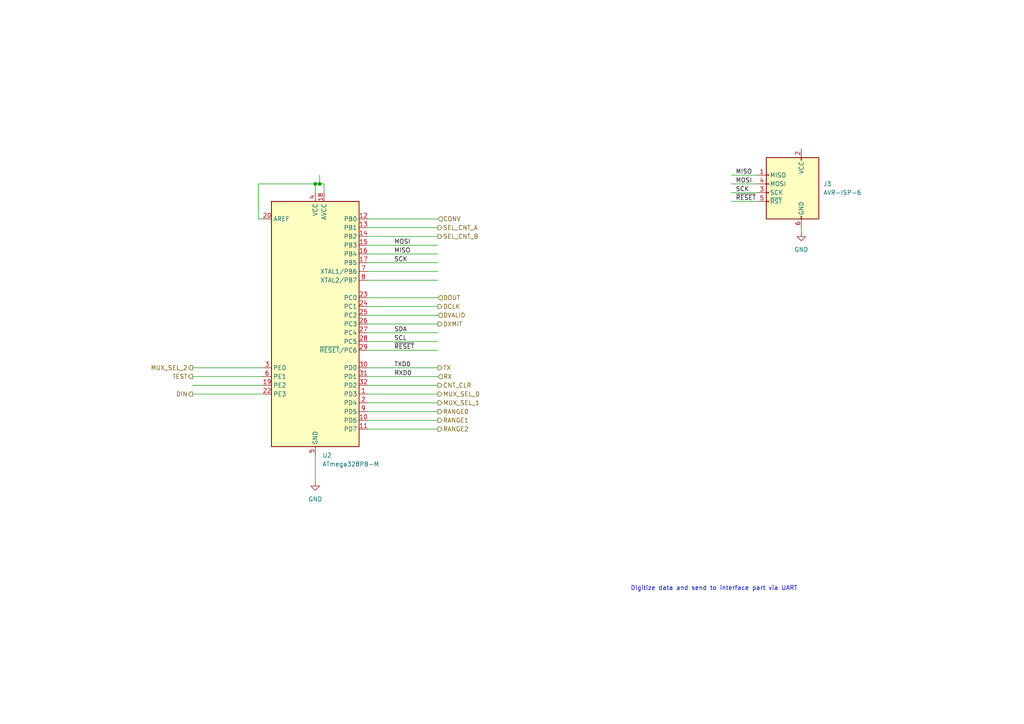
<source format=kicad_sch>
(kicad_sch (version 20211123) (generator eeschema)
  (paper "A4")
  (lib_symbols
    (symbol "Connector:AVR-ISP-6" (pin_names (offset 1.016))
      (property "Reference" "J" (at -6.35 11.43 0))
      (property "Value" "AVR-ISP-6" (at 0 11.43 0))
      (symbol "AVR-ISP-6_0_1"
        (rectangle (start -2.667 -6.858) (end -2.413 -7.62))
        (rectangle (start -2.667 10.16) (end -2.413 9.398))
        (rectangle (start 7.62 -2.413) (end 6.858 -2.667))
        (rectangle (start 7.62 0.127) (end 6.858 -0.127))
        (rectangle (start 7.62 2.667) (end 6.858 2.413))
        (rectangle (start 7.62 5.207) (end 6.858 4.953))
        (rectangle (start 7.62 10.16) (end -7.62 -7.62) (stroke (width 0.254)) (fill (type background)))
      )
      (symbol "AVR-ISP-6_1_1"
        (pin passive line (at 10.16 5.08 180) (length 2.54) (name "MISO") (number "1"))
        (pin passive line (at -2.54 12.7 270) (length 2.54) (name "VCC") (number "2"))
        (pin passive line (at 10.16 0 180) (length 2.54) (name "SCK") (number "3"))
        (pin passive line (at 10.16 2.54 180) (length 2.54) (name "MOSI") (number "4"))
        (pin passive line (at 10.16 -2.54 180) (length 2.54) (name "~{RST}") (number "5"))
        (pin passive line (at -2.54 -10.16 90) (length 2.54) (name "GND") (number "6"))
      )
    )
    (symbol "MCU_Microchip_ATmega:ATmega328PB-M"
      (property "Reference" "U" (at -12.7 36.83 0))
      (property "Value" "ATmega328PB-M" (at 2.54 -36.83 0))
      (symbol "ATmega328PB-M_0_1"
        (rectangle (start -12.7 -35.56) (end 12.7 35.56) (stroke (width 0.254)) (fill (type background)))
      )
      (symbol "ATmega328PB-M_1_1"
        (pin bidirectional line (at 15.24 -20.32 180) (length 2.54) (name "PD3") (number "1"))
        (pin bidirectional line (at 15.24 -27.94 180) (length 2.54) (name "PD6") (number "10"))
        (pin bidirectional line (at 15.24 -30.48 180) (length 2.54) (name "PD7") (number "11"))
        (pin bidirectional line (at 15.24 30.48 180) (length 2.54) (name "PB0") (number "12"))
        (pin bidirectional line (at 15.24 27.94 180) (length 2.54) (name "PB1") (number "13"))
        (pin bidirectional line (at 15.24 25.4 180) (length 2.54) (name "PB2") (number "14"))
        (pin bidirectional line (at 15.24 22.86 180) (length 2.54) (name "PB3") (number "15"))
        (pin bidirectional line (at 15.24 20.32 180) (length 2.54) (name "PB4") (number "16"))
        (pin bidirectional line (at 15.24 17.78 180) (length 2.54) (name "PB5") (number "17"))
        (pin power_in line (at 2.54 38.1 270) (length 2.54) (name "AVCC") (number "18"))
        (pin bidirectional line (at -15.24 -17.78 0) (length 2.54) (name "PE2") (number "19"))
        (pin bidirectional line (at 15.24 -22.86 180) (length 2.54) (name "PD4") (number "2"))
        (pin passive line (at -15.24 30.48 0) (length 2.54) (name "AREF") (number "20"))
        (pin passive line (at 0 -38.1 90) (length 2.54) hide (name "GND") (number "21"))
        (pin bidirectional line (at -15.24 -20.32 0) (length 2.54) (name "PE3") (number "22"))
        (pin bidirectional line (at 15.24 7.62 180) (length 2.54) (name "PC0") (number "23"))
        (pin bidirectional line (at 15.24 5.08 180) (length 2.54) (name "PC1") (number "24"))
        (pin bidirectional line (at 15.24 2.54 180) (length 2.54) (name "PC2") (number "25"))
        (pin bidirectional line (at 15.24 0 180) (length 2.54) (name "PC3") (number "26"))
        (pin bidirectional line (at 15.24 -2.54 180) (length 2.54) (name "PC4") (number "27"))
        (pin bidirectional line (at 15.24 -5.08 180) (length 2.54) (name "PC5") (number "28"))
        (pin bidirectional line (at 15.24 -7.62 180) (length 2.54) (name "~{RESET}/PC6") (number "29"))
        (pin bidirectional line (at -15.24 -12.7 0) (length 2.54) (name "PE0") (number "3"))
        (pin bidirectional line (at 15.24 -12.7 180) (length 2.54) (name "PD0") (number "30"))
        (pin bidirectional line (at 15.24 -15.24 180) (length 2.54) (name "PD1") (number "31"))
        (pin bidirectional line (at 15.24 -17.78 180) (length 2.54) (name "PD2") (number "32"))
        (pin passive line (at 0 -38.1 90) (length 2.54) hide (name "GND") (number "33"))
        (pin power_in line (at 0 38.1 270) (length 2.54) (name "VCC") (number "4"))
        (pin power_in line (at 0 -38.1 90) (length 2.54) (name "GND") (number "5"))
        (pin bidirectional line (at -15.24 -15.24 0) (length 2.54) (name "PE1") (number "6"))
        (pin bidirectional line (at 15.24 15.24 180) (length 2.54) (name "XTAL1/PB6") (number "7"))
        (pin bidirectional line (at 15.24 12.7 180) (length 2.54) (name "XTAL2/PB7") (number "8"))
        (pin bidirectional line (at 15.24 -25.4 180) (length 2.54) (name "PD5") (number "9"))
      )
    )
    (symbol "power:GND" (power) (pin_names (offset 0))
      (property "Value" "GND" (at 0 -3.81 0))
      (symbol "GND_0_1"
        (polyline (pts (xy 0 0) (xy 0 -1.27) (xy 1.27 -1.27) (xy 0 -2.54) (xy -1.27 -1.27) (xy 0 -1.27)))
      )
      (symbol "GND_1_1"
        (pin power_in line (at 0 0 270) (length 0) hide (name "GND") (number "1"))
      )
    )
  )
  (junction (at 91.44 53.34))
  (junction (at 92.71 53.34))
  (wire (pts (xy 74.93 53.34) (xy 91.44 53.34)))
  (wire (pts (xy 106.68 68.58) (xy 127 68.58)))
  (wire (pts (xy 106.68 114.3) (xy 127 114.3)))
  (wire (pts (xy 106.68 124.46) (xy 127 124.46)))
  (wire (pts (xy 106.68 76.2) (xy 127 76.2)))
  (wire (pts (xy 55.88 114.3) (xy 76.2 114.3)))
  (wire (pts (xy 76.2 63.5) (xy 74.93 63.5)))
  (wire (pts (xy 106.68 99.06) (xy 127 99.06)))
  (wire (pts (xy 106.68 121.92) (xy 127 121.92)))
  (wire (pts (xy 106.68 119.38) (xy 127 119.38)))
  (wire (pts (xy 232.41 66.04) (xy 232.41 67.31)))
  (wire (pts (xy 106.68 63.5) (xy 127 63.5)))
  (wire (pts (xy 92.71 53.34) (xy 93.98 53.34)))
  (wire (pts (xy 106.68 116.84) (xy 127 116.84)))
  (wire (pts (xy 106.68 91.44) (xy 127 91.44)))
  (wire (pts (xy 91.44 55.88) (xy 91.44 53.34)))
  (wire (pts (xy 106.68 81.28) (xy 127 81.28)))
  (wire (pts (xy 55.88 111.76) (xy 76.2 111.76)))
  (wire (pts (xy 91.44 132.08) (xy 91.44 139.7)))
  (wire (pts (xy 106.68 109.22) (xy 127 109.22)))
  (wire (pts (xy 106.68 88.9) (xy 127 88.9)))
  (wire (pts (xy 92.71 50.8) (xy 92.71 53.34)))
  (wire (pts (xy 106.68 73.66) (xy 127 73.66)))
  (wire (pts (xy 55.88 106.68) (xy 76.2 106.68)))
  (wire (pts (xy 106.68 66.04) (xy 127 66.04)))
  (wire (pts (xy 55.88 109.22) (xy 76.2 109.22)))
  (wire (pts (xy 74.93 63.5) (xy 74.93 53.34)))
  (wire (pts (xy 106.68 111.76) (xy 127 111.76)))
  (wire (pts (xy 93.98 53.34) (xy 93.98 55.88)))
  (wire (pts (xy 106.68 78.74) (xy 127 78.74)))
  (wire (pts (xy 106.68 106.68) (xy 127 106.68)))
  (wire (pts (xy 106.68 71.12) (xy 127 71.12)))
  (wire (pts (xy 106.68 101.6) (xy 127 101.6)))
  (wire (pts (xy 106.68 96.52) (xy 127 96.52)))
  (wire (pts (xy 106.68 93.98) (xy 127 93.98)))
  (wire (pts (xy 91.44 53.34) (xy 92.71 53.34)))
  (wire (pts (xy 212.09 58.42) (xy 219.71 58.42)))
  (wire (pts (xy 212.09 50.8) (xy 219.71 50.8)))
  (wire (pts (xy 106.68 86.36) (xy 127 86.36)))
  (wire (pts (xy 212.09 53.34) (xy 219.71 53.34)))
  (wire (pts (xy 212.09 55.88) (xy 219.71 55.88)))
  (text "Digitize data and send to interface part via UART" (at 182.88 171.45 0) (effects (font (size 1.27 1.27)) (justify left bottom)))
  (label "SCK" (at 114.3 76.2 0))
  (label "RXD0" (at 114.3 109.22 0))
  (label "MISO" (at 213.36 50.8 0))
  (label "MOSI" (at 114.3 71.12 0))
  (label "~{RESET}" (at 114.3 101.6 0))
  (label "MISO" (at 114.3 73.66 0))
  (label "TXD0" (at 114.3 106.68 0))
  (label "MOSI" (at 213.36 53.34 0))
  (label "SCK" (at 213.36 55.88 0))
  (label "SCL" (at 114.3 99.06 0))
  (label "SDA" (at 114.3 96.52 0))
  (label "~{RESET}" (at 213.36 58.42 0))
  (hierarchical_label "SEL_CNT_A" (shape output) (at 127 66.04 0))
  (hierarchical_label "DOUT" (shape input) (at 127 86.36 0))
  (hierarchical_label "DXMIT" (shape output) (at 127 93.98 0))
  (hierarchical_label "SEL_CNT_B" (shape output) (at 127 68.58 0))
  (hierarchical_label "TEST" (shape output) (at 55.88 109.22 180))
  (hierarchical_label "RX" (shape input) (at 127 109.22 0))
  (hierarchical_label "DVALID" (shape input) (at 127 91.44 0))
  (hierarchical_label "MUX_SEL_2" (shape output) (at 55.88 106.68 180))
  (hierarchical_label "DCLK" (shape output) (at 127 88.9 0))
  (hierarchical_label "MUX_SEL_1" (shape output) (at 127 116.84 0))
  (hierarchical_label "RANGE2" (shape output) (at 127 124.46 0))
  (hierarchical_label "RANGE0" (shape output) (at 127 119.38 0))
  (hierarchical_label "MUX_SEL_0" (shape output) (at 127 114.3 0))
  (hierarchical_label "TX" (shape output) (at 127 106.68 0))
  (hierarchical_label "CONV" (shape input) (at 127 63.5 0))
  (hierarchical_label "RANGE1" (shape output) (at 127 121.92 0))
  (hierarchical_label "DIN" (shape output) (at 55.88 114.3 180))
  (hierarchical_label "CNT_CLR" (shape output) (at 127 111.76 0))
  (symbol (lib_id "power:GND") (at 91.44 139.7 0) (unit 1)
    (property "Reference" "#PWR0103" (effects hide))
    (property "Value" "GND" (at 91.44 144.78 0))
  )
  (symbol (lib_id "Connector:AVR-ISP-6") (at 229.87 55.88 0) (mirror y) (unit 1)
    (property "Reference" "J3" (at 238.76 53.3399 0) (effects (justify right)))
    (property "Value" "AVR-ISP-6" (at 238.76 55.8799 0) (effects (justify right)))
    (property "Footprint" "Connector_PinHeader_2.54mm:PinHeader_2x03_P2.54mm_Vertical_SMD" (effects hide))
    (property "Datasheet" " ~" (effects hide))
  )
  (symbol (lib_id "MCU_Microchip_ATmega:ATmega328PB-M") (at 91.44 93.98 0) (unit 1)
    (property "Reference" "U2" (at 93.4594 132.08 0) (effects (justify left)))
    (property "Value" "ATmega328PB-M" (at 93.4594 134.62 0) (effects (justify left)))
    (property "Footprint" "Package_DFN_QFN:QFN-32-1EP_5x5mm_P0.5mm_EP3.1x3.1mm" (effects hide))
    (property "Datasheet" "http://ww1.microchip.com/downloads/en/DeviceDoc/40001906C.pdf" (effects hide))
  )
  (symbol (lib_id "power:GND") (at 232.41 67.31 0) (unit 1)
    (property "Reference" "#PWR0104" (effects hide))
    (property "Value" "GND" (at 232.41 72.39 0))
  )
)
</source>
